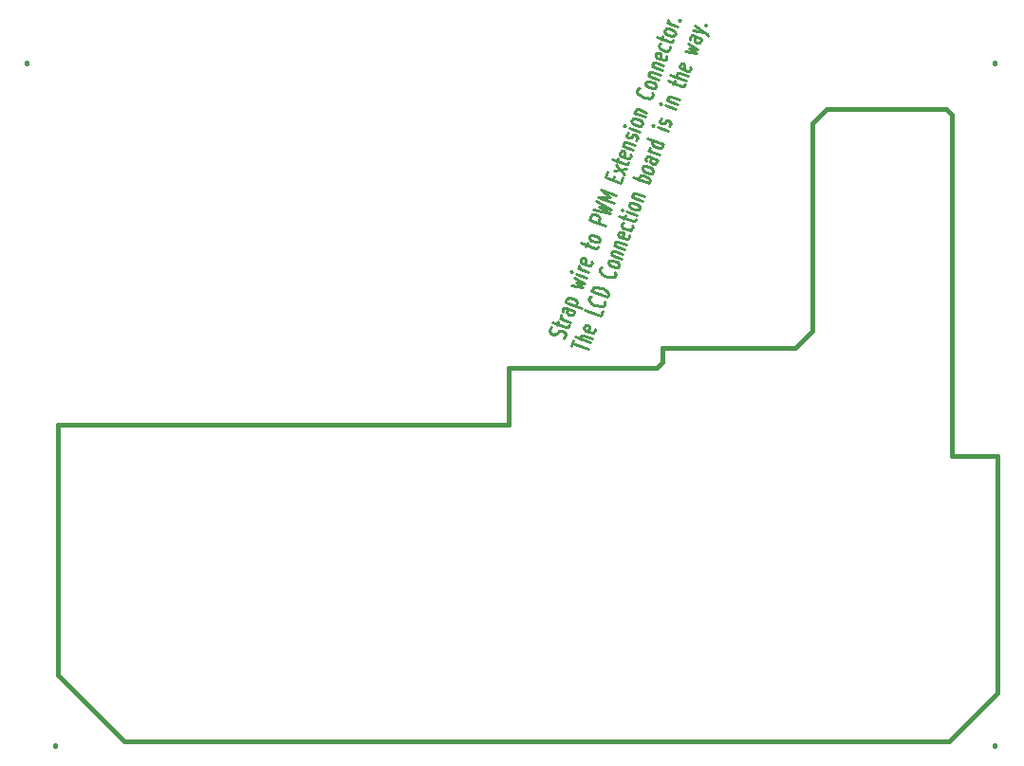
<source format=gbr>
G04 (created by PCBNEW (2013-07-07 BZR 4022)-stable) date 04/04/2014 12:21:01*
%MOIN*%
G04 Gerber Fmt 3.4, Leading zero omitted, Abs format*
%FSLAX34Y34*%
G01*
G70*
G90*
G04 APERTURE LIST*
%ADD10C,0.00590551*%
%ADD11C,0.015*%
%ADD12C,0.00984252*%
G04 APERTURE END LIST*
G54D10*
G54D11*
X41000Y-56000D02*
G75*
G03X41000Y-56000I0J0D01*
G74*
G01*
X40999Y-56000D02*
X41000Y-56000D01*
X41000Y-55999D02*
X41000Y-56000D01*
X74000Y-56000D02*
G75*
G03X74000Y-56000I0J0D01*
G74*
G01*
X73999Y-56000D02*
X74000Y-56000D01*
X74000Y-55999D02*
X74000Y-56000D01*
X74000Y-32000D02*
G75*
G03X74000Y-32000I0J0D01*
G74*
G01*
X73999Y-32000D02*
X74000Y-32000D01*
X74000Y-31999D02*
X74000Y-32000D01*
X40000Y-32000D02*
G75*
G03X40000Y-32000I0J0D01*
G74*
G01*
X39999Y-32000D02*
X40000Y-32000D01*
X40000Y-31999D02*
X40000Y-32000D01*
G54D12*
X58859Y-41674D02*
X58904Y-41631D01*
X58936Y-41543D01*
X58923Y-41498D01*
X58903Y-41470D01*
X58856Y-41434D01*
X58803Y-41414D01*
X58744Y-41413D01*
X58711Y-41421D01*
X58672Y-41446D01*
X58620Y-41507D01*
X58581Y-41533D01*
X58548Y-41541D01*
X58489Y-41539D01*
X58436Y-41520D01*
X58389Y-41483D01*
X58369Y-41456D01*
X58356Y-41411D01*
X58388Y-41323D01*
X58434Y-41280D01*
X58631Y-41232D02*
X58682Y-41091D01*
X58465Y-41112D02*
X58940Y-41285D01*
X59000Y-41286D01*
X59039Y-41261D01*
X59052Y-41225D01*
X59097Y-41102D02*
X58727Y-40967D01*
X58832Y-41006D02*
X58786Y-40969D01*
X58766Y-40942D01*
X58752Y-40897D01*
X58765Y-40862D01*
X59238Y-40715D02*
X58947Y-40609D01*
X58888Y-40607D01*
X58849Y-40633D01*
X58823Y-40703D01*
X58837Y-40748D01*
X59211Y-40705D02*
X59225Y-40750D01*
X59193Y-40838D01*
X59154Y-40863D01*
X59094Y-40862D01*
X59041Y-40843D01*
X58995Y-40806D01*
X58981Y-40761D01*
X59014Y-40673D01*
X59000Y-40628D01*
X58932Y-40404D02*
X59487Y-40606D01*
X58958Y-40413D02*
X58945Y-40368D01*
X58970Y-40298D01*
X59010Y-40272D01*
X59042Y-40264D01*
X59102Y-40266D01*
X59260Y-40324D01*
X59307Y-40361D01*
X59327Y-40388D01*
X59340Y-40433D01*
X59315Y-40503D01*
X59275Y-40529D01*
X59144Y-39822D02*
X59539Y-39887D01*
X59301Y-39720D01*
X59590Y-39746D01*
X59246Y-39540D01*
X59667Y-39534D02*
X59297Y-39400D01*
X59112Y-39332D02*
X59132Y-39359D01*
X59165Y-39351D01*
X59145Y-39324D01*
X59112Y-39332D01*
X59165Y-39351D01*
X59731Y-39358D02*
X59362Y-39223D01*
X59467Y-39262D02*
X59421Y-39225D01*
X59401Y-39198D01*
X59387Y-39153D01*
X59400Y-39118D01*
X59840Y-38978D02*
X59853Y-39023D01*
X59828Y-39094D01*
X59788Y-39119D01*
X59729Y-39118D01*
X59518Y-39041D01*
X59471Y-39004D01*
X59458Y-38959D01*
X59483Y-38889D01*
X59523Y-38863D01*
X59582Y-38865D01*
X59635Y-38884D01*
X59623Y-39079D01*
X59644Y-38448D02*
X59695Y-38307D01*
X59478Y-38328D02*
X59954Y-38501D01*
X60013Y-38503D01*
X60052Y-38477D01*
X60065Y-38442D01*
X60129Y-38266D02*
X60090Y-38291D01*
X60057Y-38299D01*
X59998Y-38298D01*
X59839Y-38240D01*
X59793Y-38203D01*
X59773Y-38176D01*
X59759Y-38131D01*
X59778Y-38078D01*
X59818Y-38053D01*
X59850Y-38045D01*
X59910Y-38046D01*
X60068Y-38104D01*
X60115Y-38141D01*
X60135Y-38168D01*
X60148Y-38213D01*
X60129Y-38266D01*
X60334Y-37702D02*
X59779Y-37500D01*
X59831Y-37359D01*
X59870Y-37333D01*
X59903Y-37325D01*
X59962Y-37327D01*
X60041Y-37356D01*
X60088Y-37393D01*
X60108Y-37420D01*
X60121Y-37465D01*
X60070Y-37606D01*
X59901Y-37165D02*
X60488Y-37279D01*
X60117Y-37064D01*
X60539Y-37138D01*
X60017Y-36848D01*
X60623Y-36909D02*
X60068Y-36707D01*
X60509Y-36728D01*
X60158Y-36461D01*
X60713Y-36663D01*
X60589Y-36099D02*
X60633Y-35975D01*
X60943Y-36028D02*
X60879Y-36205D01*
X60324Y-36003D01*
X60388Y-35826D01*
X60988Y-35905D02*
X60689Y-35577D01*
X60618Y-35770D02*
X61059Y-35711D01*
X60721Y-35489D02*
X60772Y-35348D01*
X60555Y-35368D02*
X61031Y-35542D01*
X61090Y-35543D01*
X61129Y-35518D01*
X61142Y-35482D01*
X61212Y-35208D02*
X61225Y-35253D01*
X61200Y-35324D01*
X61161Y-35349D01*
X61101Y-35348D01*
X60890Y-35271D01*
X60843Y-35234D01*
X60830Y-35189D01*
X60856Y-35119D01*
X60895Y-35093D01*
X60954Y-35095D01*
X61007Y-35114D01*
X60996Y-35309D01*
X60932Y-34907D02*
X61302Y-35042D01*
X60985Y-34926D02*
X60965Y-34899D01*
X60952Y-34854D01*
X60971Y-34801D01*
X61010Y-34776D01*
X61069Y-34777D01*
X61360Y-34883D01*
X61391Y-34715D02*
X61431Y-34690D01*
X61456Y-34619D01*
X61443Y-34574D01*
X61396Y-34537D01*
X61370Y-34528D01*
X61311Y-34526D01*
X61271Y-34552D01*
X61252Y-34605D01*
X61213Y-34630D01*
X61154Y-34629D01*
X61127Y-34619D01*
X61081Y-34582D01*
X61067Y-34537D01*
X61086Y-34484D01*
X61126Y-34459D01*
X61533Y-34408D02*
X61163Y-34273D01*
X60978Y-34206D02*
X60998Y-34233D01*
X61031Y-34225D01*
X61011Y-34198D01*
X60978Y-34206D01*
X61031Y-34225D01*
X61617Y-34179D02*
X61577Y-34204D01*
X61545Y-34212D01*
X61485Y-34211D01*
X61327Y-34153D01*
X61280Y-34116D01*
X61260Y-34089D01*
X61247Y-34044D01*
X61266Y-33991D01*
X61305Y-33965D01*
X61338Y-33957D01*
X61397Y-33959D01*
X61556Y-34017D01*
X61602Y-34054D01*
X61622Y-34081D01*
X61636Y-34126D01*
X61617Y-34179D01*
X61349Y-33762D02*
X61719Y-33897D01*
X61402Y-33781D02*
X61382Y-33754D01*
X61368Y-33709D01*
X61388Y-33656D01*
X61427Y-33631D01*
X61486Y-33632D01*
X61777Y-33738D01*
X61968Y-33050D02*
X61988Y-33077D01*
X61995Y-33139D01*
X61982Y-33174D01*
X61936Y-33218D01*
X61871Y-33234D01*
X61812Y-33232D01*
X61699Y-33211D01*
X61620Y-33182D01*
X61521Y-33126D01*
X61474Y-33089D01*
X61434Y-33035D01*
X61427Y-32972D01*
X61440Y-32937D01*
X61486Y-32894D01*
X61518Y-32886D01*
X62098Y-32857D02*
X62058Y-32883D01*
X62025Y-32891D01*
X61966Y-32889D01*
X61808Y-32832D01*
X61761Y-32795D01*
X61741Y-32768D01*
X61728Y-32723D01*
X61747Y-32670D01*
X61786Y-32644D01*
X61819Y-32636D01*
X61878Y-32638D01*
X62037Y-32696D01*
X62083Y-32732D01*
X62103Y-32760D01*
X62117Y-32804D01*
X62098Y-32857D01*
X61830Y-32441D02*
X62200Y-32575D01*
X61883Y-32460D02*
X61863Y-32433D01*
X61849Y-32388D01*
X61869Y-32335D01*
X61908Y-32309D01*
X61967Y-32311D01*
X62258Y-32417D01*
X61952Y-32106D02*
X62322Y-32241D01*
X62005Y-32125D02*
X61985Y-32098D01*
X61971Y-32053D01*
X61990Y-32000D01*
X62030Y-31975D01*
X62089Y-31976D01*
X62380Y-32082D01*
X62469Y-31755D02*
X62482Y-31800D01*
X62457Y-31871D01*
X62417Y-31896D01*
X62358Y-31895D01*
X62147Y-31818D01*
X62100Y-31781D01*
X62087Y-31736D01*
X62112Y-31666D01*
X62152Y-31640D01*
X62211Y-31642D01*
X62264Y-31661D01*
X62252Y-31856D01*
X62590Y-31421D02*
X62604Y-31466D01*
X62578Y-31536D01*
X62539Y-31562D01*
X62506Y-31570D01*
X62447Y-31568D01*
X62289Y-31510D01*
X62242Y-31473D01*
X62222Y-31446D01*
X62208Y-31401D01*
X62234Y-31331D01*
X62273Y-31305D01*
X62285Y-31190D02*
X62337Y-31049D01*
X62120Y-31070D02*
X62595Y-31243D01*
X62655Y-31245D01*
X62694Y-31219D01*
X62707Y-31184D01*
X62771Y-31008D02*
X62732Y-31033D01*
X62699Y-31041D01*
X62639Y-31040D01*
X62481Y-30982D01*
X62434Y-30945D01*
X62414Y-30918D01*
X62401Y-30873D01*
X62420Y-30820D01*
X62459Y-30794D01*
X62492Y-30786D01*
X62551Y-30788D01*
X62710Y-30846D01*
X62756Y-30883D01*
X62776Y-30910D01*
X62790Y-30955D01*
X62771Y-31008D01*
X62873Y-30726D02*
X62503Y-30591D01*
X62609Y-30629D02*
X62563Y-30593D01*
X62543Y-30565D01*
X62529Y-30521D01*
X62542Y-30485D01*
X62904Y-30477D02*
X62937Y-30469D01*
X62957Y-30497D01*
X62924Y-30505D01*
X62904Y-30477D01*
X62957Y-30497D01*
X59139Y-41965D02*
X59216Y-41754D01*
X59732Y-42062D02*
X59177Y-41860D01*
X59815Y-41833D02*
X59260Y-41631D01*
X59873Y-41674D02*
X59582Y-41568D01*
X59523Y-41567D01*
X59484Y-41592D01*
X59465Y-41645D01*
X59478Y-41690D01*
X59498Y-41717D01*
X59962Y-41347D02*
X59976Y-41392D01*
X59950Y-41463D01*
X59911Y-41488D01*
X59852Y-41487D01*
X59640Y-41410D01*
X59594Y-41373D01*
X59580Y-41328D01*
X59606Y-41257D01*
X59645Y-41232D01*
X59704Y-41233D01*
X59757Y-41253D01*
X59746Y-41448D01*
X60219Y-40723D02*
X60155Y-40899D01*
X59600Y-40697D01*
X60288Y-40369D02*
X60308Y-40396D01*
X60316Y-40458D01*
X60303Y-40494D01*
X60257Y-40537D01*
X60191Y-40553D01*
X60132Y-40551D01*
X60020Y-40530D01*
X59941Y-40502D01*
X59841Y-40445D01*
X59795Y-40409D01*
X59755Y-40354D01*
X59748Y-40292D01*
X59761Y-40256D01*
X59806Y-40213D01*
X59839Y-40205D01*
X60399Y-40229D02*
X59844Y-40027D01*
X59876Y-39939D01*
X59922Y-39896D01*
X59987Y-39880D01*
X60047Y-39882D01*
X60159Y-39903D01*
X60238Y-39931D01*
X60337Y-39988D01*
X60384Y-40024D01*
X60424Y-40079D01*
X60431Y-40141D01*
X60399Y-40229D01*
X60660Y-39347D02*
X60680Y-39374D01*
X60687Y-39437D01*
X60675Y-39472D01*
X60629Y-39515D01*
X60563Y-39531D01*
X60504Y-39529D01*
X60392Y-39509D01*
X60313Y-39480D01*
X60213Y-39424D01*
X60167Y-39387D01*
X60127Y-39332D01*
X60120Y-39270D01*
X60132Y-39235D01*
X60178Y-39191D01*
X60211Y-39183D01*
X60790Y-39155D02*
X60751Y-39180D01*
X60718Y-39188D01*
X60659Y-39187D01*
X60500Y-39129D01*
X60454Y-39092D01*
X60434Y-39065D01*
X60420Y-39020D01*
X60439Y-38967D01*
X60479Y-38942D01*
X60511Y-38934D01*
X60571Y-38935D01*
X60729Y-38993D01*
X60776Y-39030D01*
X60796Y-39057D01*
X60809Y-39102D01*
X60790Y-39155D01*
X60523Y-38738D02*
X60893Y-38873D01*
X60576Y-38757D02*
X60556Y-38730D01*
X60542Y-38685D01*
X60561Y-38633D01*
X60600Y-38607D01*
X60660Y-38609D01*
X60950Y-38714D01*
X60644Y-38404D02*
X61014Y-38538D01*
X60697Y-38423D02*
X60677Y-38396D01*
X60664Y-38351D01*
X60683Y-38298D01*
X60722Y-38272D01*
X60781Y-38274D01*
X61072Y-38380D01*
X61161Y-38053D02*
X61175Y-38098D01*
X61149Y-38168D01*
X61110Y-38194D01*
X61051Y-38192D01*
X60839Y-38115D01*
X60793Y-38078D01*
X60779Y-38034D01*
X60805Y-37963D01*
X60844Y-37937D01*
X60903Y-37939D01*
X60956Y-37958D01*
X60945Y-38154D01*
X61283Y-37718D02*
X61297Y-37763D01*
X61271Y-37833D01*
X61232Y-37859D01*
X61199Y-37867D01*
X61140Y-37865D01*
X60981Y-37808D01*
X60935Y-37771D01*
X60915Y-37744D01*
X60901Y-37699D01*
X60927Y-37628D01*
X60966Y-37603D01*
X60978Y-37487D02*
X61029Y-37346D01*
X60812Y-37367D02*
X61288Y-37540D01*
X61347Y-37542D01*
X61386Y-37516D01*
X61399Y-37481D01*
X61444Y-37358D02*
X61074Y-37223D01*
X60889Y-37156D02*
X60909Y-37183D01*
X60942Y-37175D01*
X60922Y-37148D01*
X60889Y-37156D01*
X60942Y-37175D01*
X61527Y-37129D02*
X61488Y-37154D01*
X61455Y-37162D01*
X61396Y-37161D01*
X61238Y-37103D01*
X61191Y-37066D01*
X61171Y-37039D01*
X61157Y-36994D01*
X61177Y-36941D01*
X61216Y-36916D01*
X61249Y-36908D01*
X61308Y-36909D01*
X61467Y-36967D01*
X61513Y-37004D01*
X61533Y-37031D01*
X61547Y-37076D01*
X61527Y-37129D01*
X61260Y-36712D02*
X61630Y-36847D01*
X61313Y-36732D02*
X61293Y-36704D01*
X61279Y-36659D01*
X61299Y-36607D01*
X61338Y-36581D01*
X61397Y-36583D01*
X61688Y-36688D01*
X61854Y-36230D02*
X61299Y-36028D01*
X61511Y-36105D02*
X61497Y-36060D01*
X61523Y-35990D01*
X61562Y-35964D01*
X61595Y-35956D01*
X61654Y-35958D01*
X61813Y-36016D01*
X61859Y-36053D01*
X61879Y-36080D01*
X61893Y-36125D01*
X61867Y-36195D01*
X61828Y-36221D01*
X61995Y-35843D02*
X61956Y-35868D01*
X61923Y-35876D01*
X61864Y-35875D01*
X61706Y-35817D01*
X61659Y-35780D01*
X61639Y-35753D01*
X61626Y-35708D01*
X61645Y-35655D01*
X61684Y-35630D01*
X61717Y-35622D01*
X61776Y-35623D01*
X61935Y-35681D01*
X61981Y-35718D01*
X62001Y-35745D01*
X62015Y-35790D01*
X61995Y-35843D01*
X62156Y-35402D02*
X61865Y-35297D01*
X61806Y-35295D01*
X61767Y-35321D01*
X61741Y-35391D01*
X61755Y-35436D01*
X62129Y-35393D02*
X62143Y-35438D01*
X62111Y-35526D01*
X62072Y-35551D01*
X62012Y-35550D01*
X61960Y-35530D01*
X61913Y-35494D01*
X61900Y-35449D01*
X61932Y-35361D01*
X61918Y-35316D01*
X62220Y-35226D02*
X61850Y-35092D01*
X61956Y-35130D02*
X61909Y-35093D01*
X61889Y-35066D01*
X61876Y-35021D01*
X61888Y-34986D01*
X62361Y-34839D02*
X61806Y-34637D01*
X62335Y-34829D02*
X62348Y-34874D01*
X62323Y-34944D01*
X62283Y-34970D01*
X62250Y-34978D01*
X62191Y-34976D01*
X62033Y-34919D01*
X61986Y-34882D01*
X61966Y-34854D01*
X61953Y-34810D01*
X61978Y-34739D01*
X62017Y-34714D01*
X62528Y-34381D02*
X62158Y-34246D01*
X61973Y-34179D02*
X61993Y-34206D01*
X62026Y-34198D01*
X62006Y-34171D01*
X61973Y-34179D01*
X62026Y-34198D01*
X62559Y-34212D02*
X62598Y-34187D01*
X62624Y-34116D01*
X62610Y-34071D01*
X62564Y-34035D01*
X62537Y-34025D01*
X62478Y-34023D01*
X62439Y-34049D01*
X62420Y-34102D01*
X62380Y-34127D01*
X62321Y-34126D01*
X62295Y-34116D01*
X62248Y-34079D01*
X62235Y-34034D01*
X62254Y-33982D01*
X62293Y-33956D01*
X62803Y-33623D02*
X62433Y-33488D01*
X62248Y-33421D02*
X62268Y-33448D01*
X62301Y-33440D01*
X62281Y-33413D01*
X62248Y-33421D01*
X62301Y-33440D01*
X62498Y-33312D02*
X62868Y-33447D01*
X62550Y-33331D02*
X62530Y-33304D01*
X62517Y-33259D01*
X62536Y-33206D01*
X62575Y-33181D01*
X62635Y-33182D01*
X62925Y-33288D01*
X62703Y-32748D02*
X62754Y-32608D01*
X62537Y-32628D02*
X63013Y-32801D01*
X63072Y-32803D01*
X63111Y-32777D01*
X63124Y-32742D01*
X63169Y-32619D02*
X62614Y-32417D01*
X63227Y-32460D02*
X62936Y-32354D01*
X62877Y-32353D01*
X62837Y-32378D01*
X62818Y-32431D01*
X62832Y-32476D01*
X62852Y-32503D01*
X63316Y-32134D02*
X63329Y-32178D01*
X63304Y-32249D01*
X63264Y-32274D01*
X63205Y-32273D01*
X62994Y-32196D01*
X62947Y-32159D01*
X62934Y-32114D01*
X62959Y-32044D01*
X62999Y-32018D01*
X63058Y-32020D01*
X63111Y-32039D01*
X63099Y-32234D01*
X63126Y-31586D02*
X63522Y-31650D01*
X63283Y-31483D01*
X63573Y-31509D01*
X63229Y-31304D01*
X63708Y-31139D02*
X63417Y-31033D01*
X63358Y-31032D01*
X63318Y-31057D01*
X63293Y-31128D01*
X63306Y-31173D01*
X63681Y-31129D02*
X63695Y-31174D01*
X63663Y-31262D01*
X63623Y-31288D01*
X63564Y-31286D01*
X63511Y-31267D01*
X63465Y-31230D01*
X63451Y-31185D01*
X63483Y-31097D01*
X63470Y-31052D01*
X63389Y-30863D02*
X63791Y-30910D01*
X63453Y-30687D02*
X63791Y-30910D01*
X63910Y-30993D01*
X63930Y-31021D01*
X63944Y-31065D01*
X63821Y-30662D02*
X63854Y-30654D01*
X63874Y-30681D01*
X63841Y-30689D01*
X63821Y-30662D01*
X63874Y-30681D01*
G54D11*
X72500Y-33800D02*
X72300Y-33600D01*
X72500Y-34000D02*
X72500Y-33800D01*
X72500Y-45800D02*
X72500Y-34000D01*
X74100Y-45800D02*
X72500Y-45800D01*
X74100Y-54100D02*
X74100Y-45800D01*
X41100Y-44750D02*
X41100Y-44700D01*
X41100Y-53500D02*
X41100Y-44750D01*
X43450Y-55850D02*
X41100Y-53500D01*
X72400Y-55850D02*
X43450Y-55850D01*
X74100Y-54150D02*
X72400Y-55850D01*
X68100Y-33600D02*
X72300Y-33600D01*
X67600Y-34100D02*
X68100Y-33600D01*
X67600Y-41400D02*
X67600Y-34100D01*
X67000Y-42000D02*
X67600Y-41400D01*
X62350Y-42000D02*
X67000Y-42000D01*
X62350Y-42500D02*
X62350Y-42000D01*
X62150Y-42700D02*
X62350Y-42500D01*
X56950Y-42700D02*
X62150Y-42700D01*
X56950Y-44700D02*
X56950Y-42700D01*
X41100Y-44700D02*
X56950Y-44700D01*
M02*

</source>
